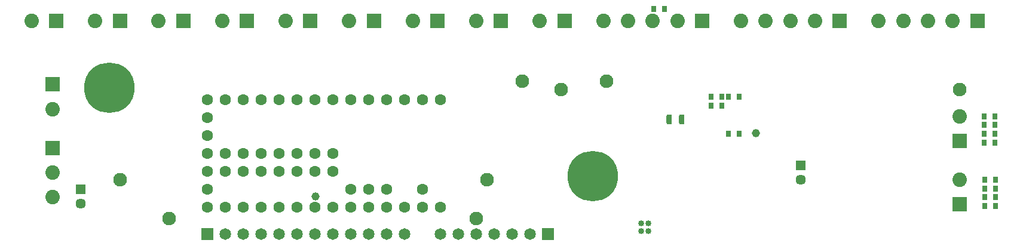
<source format=gbs>
G04 Layer_Color=16711935*
%FSLAX25Y25*%
%MOIN*%
G70*
G01*
G75*
G04:AMPARAMS|DCode=71|XSize=36mil|YSize=28mil|CornerRadius=8.5mil|HoleSize=0mil|Usage=FLASHONLY|Rotation=270.000|XOffset=0mil|YOffset=0mil|HoleType=Round|Shape=RoundedRectangle|*
%AMROUNDEDRECTD71*
21,1,0.03600,0.01100,0,0,270.0*
21,1,0.01900,0.02800,0,0,270.0*
1,1,0.01700,-0.00550,-0.00950*
1,1,0.01700,-0.00550,0.00950*
1,1,0.01700,0.00550,0.00950*
1,1,0.01700,0.00550,-0.00950*
%
%ADD71ROUNDEDRECTD71*%
G04:AMPARAMS|DCode=75|XSize=56mil|YSize=30mil|CornerRadius=9mil|HoleSize=0mil|Usage=FLASHONLY|Rotation=90.000|XOffset=0mil|YOffset=0mil|HoleType=Round|Shape=RoundedRectangle|*
%AMROUNDEDRECTD75*
21,1,0.05600,0.01200,0,0,90.0*
21,1,0.03800,0.03000,0,0,90.0*
1,1,0.01800,0.00600,0.01900*
1,1,0.01800,0.00600,-0.01900*
1,1,0.01800,-0.00600,-0.01900*
1,1,0.01800,-0.00600,0.01900*
%
%ADD75ROUNDEDRECTD75*%
%ADD87C,0.00600*%
%ADD88C,0.07600*%
%ADD89R,0.06506X0.06506*%
%ADD90C,0.06506*%
%ADD91C,0.06300*%
%ADD92C,0.08080*%
%ADD93R,0.08080X0.08080*%
%ADD94C,0.05718*%
%ADD95R,0.05718X0.05718*%
%ADD96R,0.08080X0.08080*%
%ADD97C,0.28159*%
%ADD98C,0.03356*%
%ADD99C,0.04537*%
D71*
X358701Y140551D02*
D03*
X364701D02*
D03*
X543457Y30512D02*
D03*
X549457D02*
D03*
Y35433D02*
D03*
X543457D02*
D03*
X549457Y40354D02*
D03*
X543457D02*
D03*
X543410Y45275D02*
D03*
X549410D02*
D03*
X543260Y65945D02*
D03*
X549260D02*
D03*
Y70866D02*
D03*
X543260D02*
D03*
X549213Y75787D02*
D03*
X543213D02*
D03*
X543213Y80709D02*
D03*
X549213D02*
D03*
X400543Y70866D02*
D03*
X406543D02*
D03*
X396701Y86614D02*
D03*
X390701D02*
D03*
Y91535D02*
D03*
X396701D02*
D03*
X400496D02*
D03*
X406496D02*
D03*
D75*
X367463Y78740D02*
D03*
X374663D02*
D03*
D87*
X541339Y11811D02*
D03*
X11811D02*
D03*
D88*
X332677Y100394D02*
D03*
X285433D02*
D03*
X307087Y95669D02*
D03*
X529528D02*
D03*
X88583Y23622D02*
D03*
X259842D02*
D03*
X61024Y45276D02*
D03*
X265748D02*
D03*
D89*
X110000Y15000D02*
D03*
X300000Y15000D02*
D03*
D90*
X120000Y15000D02*
D03*
X130000D02*
D03*
X140000D02*
D03*
X150000D02*
D03*
X160000D02*
D03*
X170000D02*
D03*
X180000D02*
D03*
X190000D02*
D03*
X200000D02*
D03*
X210000D02*
D03*
X220000D02*
D03*
X280000Y15000D02*
D03*
X290000D02*
D03*
X270000D02*
D03*
X260000D02*
D03*
X250000D02*
D03*
X240000D02*
D03*
D91*
X180000Y60000D02*
D03*
X170000D02*
D03*
X180000Y50000D02*
D03*
X170000D02*
D03*
X160000D02*
D03*
X150000D02*
D03*
X140000D02*
D03*
X130000D02*
D03*
X160000Y60000D02*
D03*
X150000D02*
D03*
X140000D02*
D03*
X130000D02*
D03*
X120000Y50000D02*
D03*
Y60000D02*
D03*
X190000Y40000D02*
D03*
X200000D02*
D03*
X210000D02*
D03*
X230000D02*
D03*
X240000Y30000D02*
D03*
X230000D02*
D03*
X220000D02*
D03*
X210000D02*
D03*
X200000D02*
D03*
X190000D02*
D03*
X180000D02*
D03*
X170000D02*
D03*
X160000D02*
D03*
X150000D02*
D03*
X140000D02*
D03*
X130000D02*
D03*
X120000D02*
D03*
X110000D02*
D03*
Y40000D02*
D03*
Y50000D02*
D03*
Y60000D02*
D03*
Y70000D02*
D03*
Y80000D02*
D03*
Y90000D02*
D03*
X120000D02*
D03*
X130000D02*
D03*
X140000D02*
D03*
X150000D02*
D03*
X160000D02*
D03*
X170000D02*
D03*
X180000D02*
D03*
X190000D02*
D03*
X200000D02*
D03*
X210000D02*
D03*
X220000D02*
D03*
X230000D02*
D03*
X240000D02*
D03*
D92*
X23622Y35433D02*
D03*
Y49212D02*
D03*
Y84646D02*
D03*
X529528Y80709D02*
D03*
Y45276D02*
D03*
X448819Y133858D02*
D03*
X435039D02*
D03*
X421260D02*
D03*
X407480D02*
D03*
X82678D02*
D03*
X118111D02*
D03*
X153544D02*
D03*
X188977D02*
D03*
X224410D02*
D03*
X259843D02*
D03*
X295276D02*
D03*
X525591D02*
D03*
X511811D02*
D03*
X498032D02*
D03*
X484252D02*
D03*
X372047D02*
D03*
X358268D02*
D03*
X344488D02*
D03*
X330709D02*
D03*
X11811D02*
D03*
X47244D02*
D03*
D93*
X23622Y62992D02*
D03*
Y98425D02*
D03*
X529528Y66929D02*
D03*
Y31496D02*
D03*
D94*
X39173Y31890D02*
D03*
X440945Y45276D02*
D03*
D95*
X39173Y39764D02*
D03*
X440945Y53150D02*
D03*
D96*
X462599Y133858D02*
D03*
X96457D02*
D03*
X131890D02*
D03*
X167323D02*
D03*
X202756D02*
D03*
X238190D02*
D03*
X273622D02*
D03*
X309056D02*
D03*
X539370D02*
D03*
X385827D02*
D03*
X25591D02*
D03*
X61024D02*
D03*
D97*
X55118Y96457D02*
D03*
X324803Y47244D02*
D03*
D98*
X355807Y16535D02*
D03*
X351870D02*
D03*
Y20866D02*
D03*
X355807D02*
D03*
D99*
X170079Y35827D02*
D03*
X415748Y71260D02*
D03*
M02*

</source>
